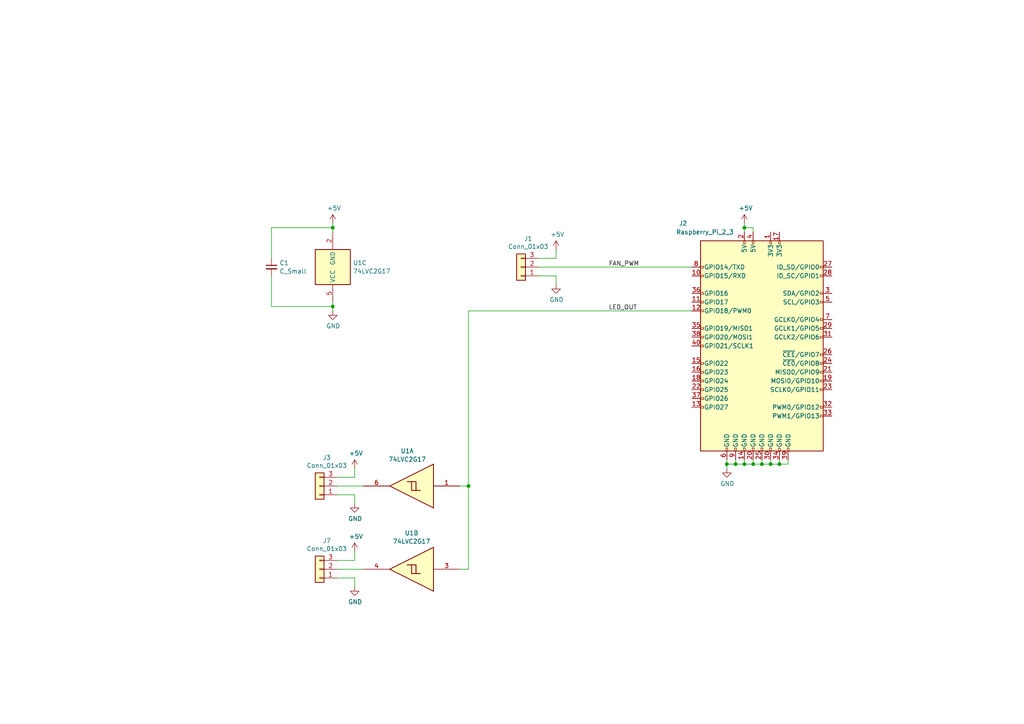
<source format=kicad_sch>
(kicad_sch (version 20230121) (generator eeschema)
  (paper "A4")
  (lib_symbols
    (symbol "74xGxx:74LVC2G17"
      (property "Reference" "U" (at -1.27 7.62 0))
      (property "Value" "74LVC2G17" (at 2.54 -7.62 0))
      (symbol "74LVC2G17_1_1"
        (polyline (pts (xy -2.54 1.27) (xy -1.27 1.27) (xy -1.27 -1.27)) (stroke (width 0.254)) (fill (type background)))
        (polyline (pts (xy -7.62 6.35) (xy -7.62 -6.35) (xy 5.08 0) (xy -7.62 6.35)) (stroke (width 0.254)) (fill (type background)))
        (polyline (pts (xy -3.81 1.27) (xy -2.54 1.27) (xy -2.54 -1.27) (xy 0 -1.27)) (stroke (width 0.254)) (fill (type background)))
        (pin input line (at -15.24 0 0) (length 7.62) (name "~") (number "1"))
        (pin output line (at 12.7 0 180) (length 7.62) (name "~") (number "6"))
      )
      (symbol "74LVC2G17_2_1"
        (polyline (pts (xy -2.54 1.27) (xy -1.27 1.27) (xy -1.27 -1.27)) (stroke (width 0.254)) (fill (type background)))
        (polyline (pts (xy -7.62 6.35) (xy -7.62 -6.35) (xy 5.08 0) (xy -7.62 6.35)) (stroke (width 0.254)) (fill (type background)))
        (polyline (pts (xy -3.81 1.27) (xy -2.54 1.27) (xy -2.54 -1.27) (xy 0 -1.27)) (stroke (width 0.254)) (fill (type background)))
        (pin input line (at -15.24 0 0) (length 7.62) (name "~") (number "3"))
        (pin output line (at 12.7 0 180) (length 7.62) (name "~") (number "4"))
      )
      (symbol "74LVC2G17_3_0"
        (rectangle (start -5.08 -5.08) (end 5.08 5.08) (stroke (width 0.254)) (fill (type background)))
      )
      (symbol "74LVC2G17_3_1"
        (pin power_in line (at 0 -10.16 90) (length 5.08) (name "GND") (number "2"))
        (pin power_in line (at 0 10.16 270) (length 5.08) (name "VCC") (number "5"))
      )
    )
    (symbol "Connector:Raspberry_Pi_2_3" (pin_names (offset 1.016))
      (property "Reference" "J" (at -17.78 31.75 0))
      (property "Value" "Raspberry_Pi_2_3" (at 10.16 -31.75 0))
      (symbol "Raspberry_Pi_2_3_0_1"
        (rectangle (start -17.78 30.48) (end 17.78 -30.48) (stroke (width 0.254)) (fill (type background)))
      )
      (symbol "Raspberry_Pi_2_3_1_1"
        (rectangle (start -16.891 -17.526) (end -17.78 -18.034))
        (rectangle (start -16.891 -14.986) (end -17.78 -15.494))
        (rectangle (start -16.891 -12.446) (end -17.78 -12.954))
        (rectangle (start -16.891 -9.906) (end -17.78 -10.414))
        (rectangle (start -16.891 -7.366) (end -17.78 -7.874))
        (rectangle (start -16.891 -4.826) (end -17.78 -5.334))
        (rectangle (start -16.891 0.254) (end -17.78 -0.254))
        (rectangle (start -16.891 2.794) (end -17.78 2.286))
        (rectangle (start -16.891 5.334) (end -17.78 4.826))
        (rectangle (start -16.891 10.414) (end -17.78 9.906))
        (rectangle (start -16.891 12.954) (end -17.78 12.446))
        (rectangle (start -16.891 15.494) (end -17.78 14.986))
        (rectangle (start -16.891 20.574) (end -17.78 20.066))
        (rectangle (start -16.891 23.114) (end -17.78 22.606))
        (rectangle (start -10.414 -29.591) (end -9.906 -30.48))
        (rectangle (start -7.874 -29.591) (end -7.366 -30.48))
        (rectangle (start -5.334 -29.591) (end -4.826 -30.48))
        (rectangle (start -5.334 30.48) (end -4.826 29.591))
        (rectangle (start -2.794 -29.591) (end -2.286 -30.48))
        (rectangle (start -2.794 30.48) (end -2.286 29.591))
        (rectangle (start -0.254 -29.591) (end 0.254 -30.48))
        (rectangle (start 2.286 -29.591) (end 2.794 -30.48))
        (rectangle (start 2.286 30.48) (end 2.794 29.591))
        (rectangle (start 4.826 -29.591) (end 5.334 -30.48))
        (rectangle (start 4.826 30.48) (end 5.334 29.591))
        (rectangle (start 7.366 -29.591) (end 7.874 -30.48))
        (rectangle (start 17.78 -20.066) (end 16.891 -20.574))
        (rectangle (start 17.78 -17.526) (end 16.891 -18.034))
        (rectangle (start 17.78 -12.446) (end 16.891 -12.954))
        (rectangle (start 17.78 -9.906) (end 16.891 -10.414))
        (rectangle (start 17.78 -7.366) (end 16.891 -7.874))
        (rectangle (start 17.78 -4.826) (end 16.891 -5.334))
        (rectangle (start 17.78 -2.286) (end 16.891 -2.794))
        (rectangle (start 17.78 2.794) (end 16.891 2.286))
        (rectangle (start 17.78 5.334) (end 16.891 4.826))
        (rectangle (start 17.78 7.874) (end 16.891 7.366))
        (rectangle (start 17.78 12.954) (end 16.891 12.446))
        (rectangle (start 17.78 15.494) (end 16.891 14.986))
        (rectangle (start 17.78 20.574) (end 16.891 20.066))
        (rectangle (start 17.78 23.114) (end 16.891 22.606))
        (pin power_in line (at 2.54 33.02 270) (length 2.54) (name "3V3") (number "1"))
        (pin bidirectional line (at -20.32 20.32 0) (length 2.54) (name "GPIO15/RXD") (number "10"))
        (pin bidirectional line (at -20.32 12.7 0) (length 2.54) (name "GPIO17") (number "11"))
        (pin bidirectional line (at -20.32 10.16 0) (length 2.54) (name "GPIO18/PWM0") (number "12"))
        (pin bidirectional line (at -20.32 -17.78 0) (length 2.54) (name "GPIO27") (number "13"))
        (pin power_in line (at -5.08 -33.02 90) (length 2.54) (name "GND") (number "14"))
        (pin bidirectional line (at -20.32 -5.08 0) (length 2.54) (name "GPIO22") (number "15"))
        (pin bidirectional line (at -20.32 -7.62 0) (length 2.54) (name "GPIO23") (number "16"))
        (pin power_in line (at 5.08 33.02 270) (length 2.54) (name "3V3") (number "17"))
        (pin bidirectional line (at -20.32 -10.16 0) (length 2.54) (name "GPIO24") (number "18"))
        (pin bidirectional line (at 20.32 -10.16 180) (length 2.54) (name "MOSI0/GPIO10") (number "19"))
        (pin power_in line (at -5.08 33.02 270) (length 2.54) (name "5V") (number "2"))
        (pin power_in line (at -2.54 -33.02 90) (length 2.54) (name "GND") (number "20"))
        (pin bidirectional line (at 20.32 -7.62 180) (length 2.54) (name "MISO0/GPIO9") (number "21"))
        (pin bidirectional line (at -20.32 -12.7 0) (length 2.54) (name "GPIO25") (number "22"))
        (pin bidirectional line (at 20.32 -12.7 180) (length 2.54) (name "SCLK0/GPIO11") (number "23"))
        (pin bidirectional line (at 20.32 -5.08 180) (length 2.54) (name "~{CE0}/GPIO8") (number "24"))
        (pin power_in line (at 0 -33.02 90) (length 2.54) (name "GND") (number "25"))
        (pin bidirectional line (at 20.32 -2.54 180) (length 2.54) (name "~{CE1}/GPIO7") (number "26"))
        (pin bidirectional line (at 20.32 22.86 180) (length 2.54) (name "ID_SD/GPIO0") (number "27"))
        (pin bidirectional line (at 20.32 20.32 180) (length 2.54) (name "ID_SC/GPIO1") (number "28"))
        (pin bidirectional line (at 20.32 5.08 180) (length 2.54) (name "GCLK1/GPIO5") (number "29"))
        (pin bidirectional line (at 20.32 15.24 180) (length 2.54) (name "SDA/GPIO2") (number "3"))
        (pin power_in line (at 2.54 -33.02 90) (length 2.54) (name "GND") (number "30"))
        (pin bidirectional line (at 20.32 2.54 180) (length 2.54) (name "GCLK2/GPIO6") (number "31"))
        (pin bidirectional line (at 20.32 -17.78 180) (length 2.54) (name "PWM0/GPIO12") (number "32"))
        (pin bidirectional line (at 20.32 -20.32 180) (length 2.54) (name "PWM1/GPIO13") (number "33"))
        (pin power_in line (at 5.08 -33.02 90) (length 2.54) (name "GND") (number "34"))
        (pin bidirectional line (at -20.32 5.08 0) (length 2.54) (name "GPIO19/MISO1") (number "35"))
        (pin bidirectional line (at -20.32 15.24 0) (length 2.54) (name "GPIO16") (number "36"))
        (pin bidirectional line (at -20.32 -15.24 0) (length 2.54) (name "GPIO26") (number "37"))
        (pin bidirectional line (at -20.32 2.54 0) (length 2.54) (name "GPIO20/MOSI1") (number "38"))
        (pin power_in line (at 7.62 -33.02 90) (length 2.54) (name "GND") (number "39"))
        (pin power_in line (at -2.54 33.02 270) (length 2.54) (name "5V") (number "4"))
        (pin bidirectional line (at -20.32 0 0) (length 2.54) (name "GPIO21/SCLK1") (number "40"))
        (pin bidirectional line (at 20.32 12.7 180) (length 2.54) (name "SCL/GPIO3") (number "5"))
        (pin power_in line (at -10.16 -33.02 90) (length 2.54) (name "GND") (number "6"))
        (pin bidirectional line (at 20.32 7.62 180) (length 2.54) (name "GCLK0/GPIO4") (number "7"))
        (pin bidirectional line (at -20.32 22.86 0) (length 2.54) (name "GPIO14/TXD") (number "8"))
        (pin power_in line (at -7.62 -33.02 90) (length 2.54) (name "GND") (number "9"))
      )
    )
    (symbol "Connector_Generic:Conn_01x03" (pin_names (offset 1.016) hide)
      (property "Reference" "J" (at 0 5.08 0))
      (property "Value" "Conn_01x03" (at 0 -5.08 0))
      (symbol "Conn_01x03_1_1"
        (rectangle (start -1.27 -2.413) (end 0 -2.667) (stroke (width 0.1524)))
        (rectangle (start -1.27 0.127) (end 0 -0.127) (stroke (width 0.1524)))
        (rectangle (start -1.27 2.667) (end 0 2.413) (stroke (width 0.1524)))
        (rectangle (start -1.27 3.81) (end 1.27 -3.81) (stroke (width 0.254)) (fill (type background)))
        (pin passive line (at -5.08 2.54 0) (length 3.81) (name "Pin_1") (number "1"))
        (pin passive line (at -5.08 0 0) (length 3.81) (name "Pin_2") (number "2"))
        (pin passive line (at -5.08 -2.54 0) (length 3.81) (name "Pin_3") (number "3"))
      )
    )
    (symbol "Device:C_Small" (pin_numbers hide) (pin_names (offset 0.254) hide)
      (property "Reference" "C" (at 0.254 1.778 0))
      (property "Value" "C_Small" (at 0.254 -2.032 0))
      (symbol "C_Small_0_1"
        (polyline (pts (xy -1.524 -0.508) (xy 1.524 -0.508)) (stroke (width 0.3302)))
        (polyline (pts (xy -1.524 0.508) (xy 1.524 0.508)) (stroke (width 0.3048)))
      )
      (symbol "C_Small_1_1"
        (pin passive line (at 0 2.54 270) (length 2.032) (name "~") (number "1"))
        (pin passive line (at 0 -2.54 90) (length 2.032) (name "~") (number "2"))
      )
    )
    (symbol "power:+5V" (power) (pin_names (offset 0))
      (property "Value" "+5V" (at 0 3.556 0))
      (symbol "+5V_0_1"
        (polyline (pts (xy -0.762 1.27) (xy 0 2.54)))
        (polyline (pts (xy 0 0) (xy 0 2.54)))
        (polyline (pts (xy 0 2.54) (xy 0.762 1.27)))
      )
      (symbol "+5V_1_1"
        (pin power_in line (at 0 0 90) (length 0) hide (name "+5V") (number "1"))
      )
    )
    (symbol "power:GND" (power) (pin_names (offset 0))
      (property "Value" "GND" (at 0 -3.81 0))
      (symbol "GND_0_1"
        (polyline (pts (xy 0 0) (xy 0 -1.27) (xy 1.27 -1.27) (xy 0 -2.54) (xy -1.27 -1.27) (xy 0 -1.27)))
      )
      (symbol "GND_1_1"
        (pin power_in line (at 0 0 270) (length 0) hide (name "GND") (number "1"))
      )
    )
  )
  (junction (at 215.9 66.04))
  (junction (at 218.44 134.62))
  (junction (at 210.82 134.62))
  (junction (at 213.36 134.62))
  (junction (at 96.52 88.9))
  (junction (at 223.52 134.62))
  (junction (at 220.98 134.62))
  (junction (at 215.9 134.62))
  (junction (at 135.89 140.97))
  (junction (at 96.52 66.04))
  (junction (at 226.06 134.62))
  (wire (pts (xy 223.52 134.62) (xy 226.06 134.62)))
  (wire (pts (xy 220.98 134.62) (xy 223.52 134.62)))
  (wire (pts (xy 102.87 138.43) (xy 102.87 135.89)))
  (wire (pts (xy 102.87 146.05) (xy 102.87 143.51)))
  (wire (pts (xy 218.44 66.04) (xy 218.44 67.31)))
  (wire (pts (xy 135.89 140.97) (xy 135.89 90.17)))
  (wire (pts (xy 96.52 64.77) (xy 96.52 66.04)))
  (wire (pts (xy 78.74 66.04) (xy 96.52 66.04)))
  (wire (pts (xy 161.29 80.01) (xy 156.21 80.01)))
  (wire (pts (xy 218.44 134.62) (xy 218.44 133.35)))
  (wire (pts (xy 133.35 140.97) (xy 135.89 140.97)))
  (wire (pts (xy 215.9 134.62) (xy 218.44 134.62)))
  (wire (pts (xy 213.36 134.62) (xy 215.9 134.62)))
  (wire (pts (xy 215.9 66.04) (xy 218.44 66.04)))
  (wire (pts (xy 96.52 88.9) (xy 78.74 88.9)))
  (wire (pts (xy 218.44 134.62) (xy 220.98 134.62)))
  (wire (pts (xy 226.06 134.62) (xy 228.6 134.62)))
  (wire (pts (xy 78.74 74.93) (xy 78.74 66.04)))
  (wire (pts (xy 78.74 88.9) (xy 78.74 80.01)))
  (wire (pts (xy 102.87 167.64) (xy 97.79 167.64)))
  (wire (pts (xy 135.89 140.97) (xy 135.89 165.1)))
  (wire (pts (xy 135.89 90.17) (xy 200.66 90.17)))
  (wire (pts (xy 96.52 88.9) (xy 96.52 90.17)))
  (wire (pts (xy 226.06 134.62) (xy 226.06 133.35)))
  (wire (pts (xy 97.79 140.97) (xy 105.41 140.97)))
  (wire (pts (xy 228.6 134.62) (xy 228.6 133.35)))
  (wire (pts (xy 156.21 74.93) (xy 161.29 74.93)))
  (wire (pts (xy 215.9 134.62) (xy 215.9 133.35)))
  (wire (pts (xy 223.52 134.62) (xy 223.52 133.35)))
  (wire (pts (xy 210.82 135.89) (xy 210.82 134.62)))
  (wire (pts (xy 215.9 67.31) (xy 215.9 66.04)))
  (wire (pts (xy 102.87 170.18) (xy 102.87 167.64)))
  (wire (pts (xy 97.79 165.1) (xy 105.41 165.1)))
  (wire (pts (xy 213.36 134.62) (xy 213.36 133.35)))
  (wire (pts (xy 210.82 134.62) (xy 213.36 134.62)))
  (wire (pts (xy 161.29 82.55) (xy 161.29 80.01)))
  (wire (pts (xy 135.89 165.1) (xy 133.35 165.1)))
  (wire (pts (xy 96.52 66.04) (xy 96.52 67.31)))
  (wire (pts (xy 220.98 134.62) (xy 220.98 133.35)))
  (wire (pts (xy 156.21 77.47) (xy 200.66 77.47)))
  (wire (pts (xy 97.79 162.56) (xy 102.87 162.56)))
  (wire (pts (xy 102.87 143.51) (xy 97.79 143.51)))
  (wire (pts (xy 210.82 133.35) (xy 210.82 134.62)))
  (wire (pts (xy 96.52 87.63) (xy 96.52 88.9)))
  (wire (pts (xy 97.79 138.43) (xy 102.87 138.43)))
  (wire (pts (xy 102.87 162.56) (xy 102.87 160.02)))
  (wire (pts (xy 215.9 64.77) (xy 215.9 66.04)))
  (wire (pts (xy 161.29 74.93) (xy 161.29 72.39)))
  (label "FAN_PWM" (at 176.53 77.47 0))
  (label "LED_OUT" (at 176.53 90.17 0))
  (symbol (lib_id "Connector:Raspberry_Pi_2_3") (at 220.98 100.33 0) (unit 1)
    (property "Reference" "J2" (at 198.12 64.77 0))
    (property "Value" "Raspberry_Pi_2_3" (at 204.47 67.31 0))
    (property "Footprint" "Connector_PinHeader_2.54mm:PinHeader_2x20_P2.54mm_Vertical" (effects hide))
    (property "Datasheet" "https://www.raspberrypi.org/documentation/hardware/raspberrypi/schematics/rpi_SCH_3bplus_1p0_reduced.pdf" (effects hide))
  )
  (symbol (lib_id "power:+5V") (at 215.9 64.77 0) (unit 1)
    (property "Reference" "#PWR0101" (effects hide))
    (property "Value" "+5V" (at 216.281 60.3758 0))
  )
  (symbol (lib_id "power:GND") (at 210.82 135.89 0) (unit 1)
    (property "Reference" "#PWR0102" (effects hide))
    (property "Value" "GND" (at 210.947 140.2842 0))
  )
  (symbol (lib_id "Connector_Generic:Conn_01x03") (at 92.71 165.1 180) (unit 1)
    (property "Reference" "J7" (at 94.7928 156.845 0))
    (property "Value" "Conn_01x03" (at 94.7928 159.1564 0))
    (property "Footprint" "Connector_JST:JST_XH_B3B-XH-AM_1x03_P2.50mm_Vertical" (effects hide))
  )
  (symbol (lib_id "power:+5V") (at 102.87 160.02 0) (unit 1)
    (property "Reference" "#PWR06" (effects hide))
    (property "Value" "+5V" (at 103.251 155.6258 0))
  )
  (symbol (lib_id "power:GND") (at 102.87 170.18 0) (unit 1)
    (property "Reference" "#PWR07" (effects hide))
    (property "Value" "GND" (at 102.997 174.5742 0))
  )
  (symbol (lib_id "74xGxx:74LVC2G17") (at 118.11 165.1 180) (unit 2)
    (property "Reference" "U1" (at 119.38 154.6057 0))
    (property "Value" "74LVC2G17" (at 119.38 157.0299 0))
    (property "Footprint" "Package_TO_SOT_SMD:SOT-23-6" (effects hide))
    (property "Datasheet" "http://www.ti.com/lit/sg/scyt129e/scyt129e.pdf" (effects hide))
  )
  (symbol (lib_id "power:+5V") (at 96.52 64.77 0) (unit 1)
    (property "Reference" "#PWR05" (effects hide))
    (property "Value" "+5V" (at 96.901 60.3758 0))
  )
  (symbol (lib_id "Connector_Generic:Conn_01x03") (at 151.13 77.47 180) (unit 1)
    (property "Reference" "J1" (at 153.2128 69.215 0))
    (property "Value" "Conn_01x03" (at 153.2128 71.5264 0))
    (property "Footprint" "Connector_JST:JST_XH_B3B-XH-AM_1x03_P2.50mm_Vertical" (effects hide))
  )
  (symbol (lib_id "power:GND") (at 102.87 146.05 0) (unit 1)
    (property "Reference" "#PWR04" (effects hide))
    (property "Value" "GND" (at 102.997 150.4442 0))
  )
  (symbol (lib_id "power:GND") (at 96.52 90.17 0) (unit 1)
    (property "Reference" "#PWR08" (effects hide))
    (property "Value" "GND" (at 96.647 94.5642 0))
  )
  (symbol (lib_id "Device:C_Small") (at 78.74 77.47 0) (unit 1)
    (property "Reference" "C1" (at 81.0641 76.2642 0) (effects (justify left)))
    (property "Value" "C_Small" (at 81.0641 78.6884 0) (effects (justify left)))
    (property "Footprint" "Capacitor_SMD:C_0603_1608Metric" (effects hide))
  )
  (symbol (lib_id "power:+5V") (at 102.87 135.89 0) (unit 1)
    (property "Reference" "#PWR03" (effects hide))
    (property "Value" "+5V" (at 103.251 131.4958 0))
  )
  (symbol (lib_id "power:GND") (at 161.29 82.55 0) (unit 1)
    (property "Reference" "#PWR02" (effects hide))
    (property "Value" "GND" (at 161.417 86.9442 0))
  )
  (symbol (lib_id "Connector_Generic:Conn_01x03") (at 92.71 140.97 180) (unit 1)
    (property "Reference" "J3" (at 94.7928 132.715 0))
    (property "Value" "Conn_01x03" (at 94.7928 135.0264 0))
    (property "Footprint" "Connector_JST:JST_XH_B3B-XH-AM_1x03_P2.50mm_Vertical" (effects hide))
  )
  (symbol (lib_id "74xGxx:74LVC2G17") (at 118.11 140.97 180) (unit 1)
    (property "Reference" "U1" (at 118.11 130.81 0))
    (property "Value" "74LVC2G17" (at 118.11 133.2342 0))
    (property "Footprint" "Package_TO_SOT_SMD:SOT-23-6" (effects hide))
    (property "Datasheet" "http://www.ti.com/lit/sg/scyt129e/scyt129e.pdf" (effects hide))
  )
  (symbol (lib_id "74xGxx:74LVC2G17") (at 96.52 77.47 180) (unit 3)
    (property "Reference" "U1" (at 102.362 76.2579 0) (effects (justify right)))
    (property "Value" "74LVC2G17" (at 102.362 78.6821 0) (effects (justify right)))
    (property "Footprint" "Package_TO_SOT_SMD:SOT-23-6" (effects hide))
    (property "Datasheet" "http://www.ti.com/lit/sg/scyt129e/scyt129e.pdf" (effects hide))
  )
  (symbol (lib_id "power:+5V") (at 161.29 72.39 0) (unit 1)
    (property "Reference" "#PWR01" (effects hide))
    (property "Value" "+5V" (at 161.671 67.9958 0))
  )
)
</source>
